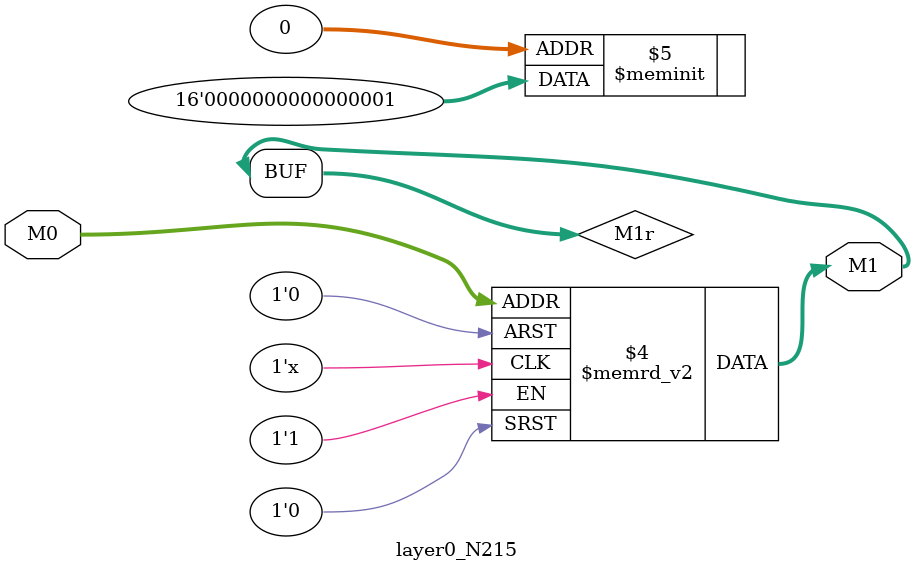
<source format=v>
module layer0_N215 ( input [2:0] M0, output [1:0] M1 );

	(*rom_style = "distributed" *) reg [1:0] M1r;
	assign M1 = M1r;
	always @ (M0) begin
		case (M0)
			3'b000: M1r = 2'b01;
			3'b100: M1r = 2'b00;
			3'b010: M1r = 2'b00;
			3'b110: M1r = 2'b00;
			3'b001: M1r = 2'b00;
			3'b101: M1r = 2'b00;
			3'b011: M1r = 2'b00;
			3'b111: M1r = 2'b00;

		endcase
	end
endmodule

</source>
